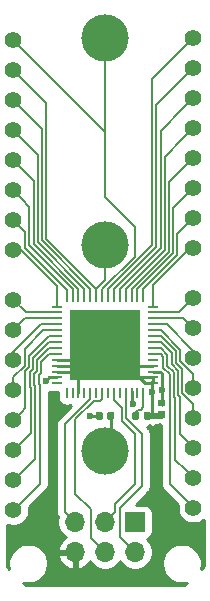
<source format=gbr>
G04 #@! TF.GenerationSoftware,KiCad,Pcbnew,5.1.5-52549c5~84~ubuntu18.04.1*
G04 #@! TF.CreationDate,2020-01-13T21:42:59-08:00*
G04 #@! TF.ProjectId,somos_wristband_1.0,736f6d6f-735f-4777-9269-737462616e64,rev?*
G04 #@! TF.SameCoordinates,Original*
G04 #@! TF.FileFunction,Copper,L1,Top*
G04 #@! TF.FilePolarity,Positive*
%FSLAX46Y46*%
G04 Gerber Fmt 4.6, Leading zero omitted, Abs format (unit mm)*
G04 Created by KiCad (PCBNEW 5.1.5-52549c5~84~ubuntu18.04.1) date 2020-01-13 21:42:59*
%MOMM*%
%LPD*%
G04 APERTURE LIST*
%ADD10C,4.000000*%
%ADD11C,1.400000*%
%ADD12C,0.100000*%
%ADD13R,6.000000X6.000000*%
%ADD14R,0.900000X0.250000*%
%ADD15R,0.250000X0.900000*%
%ADD16O,1.700000X1.700000*%
%ADD17R,1.700000X1.700000*%
%ADD18C,0.600000*%
%ADD19C,0.250000*%
%ADD20C,0.200000*%
%ADD21C,0.254000*%
G04 APERTURE END LIST*
D10*
X150000000Y-118000000D03*
D11*
X142240000Y-105220000D03*
X142240000Y-107760000D03*
X142240000Y-110300000D03*
X142240000Y-112840000D03*
X142240000Y-115380000D03*
X142240000Y-117920000D03*
X142240000Y-120460000D03*
X142240000Y-123000000D03*
G04 #@! TA.AperFunction,SMDPad,CuDef*
D12*
G36*
X153731958Y-114680710D02*
G01*
X153746276Y-114682834D01*
X153760317Y-114686351D01*
X153773946Y-114691228D01*
X153787031Y-114697417D01*
X153799447Y-114704858D01*
X153811073Y-114713481D01*
X153821798Y-114723202D01*
X153831519Y-114733927D01*
X153840142Y-114745553D01*
X153847583Y-114757969D01*
X153853772Y-114771054D01*
X153858649Y-114784683D01*
X153862166Y-114798724D01*
X153864290Y-114813042D01*
X153865000Y-114827500D01*
X153865000Y-115172500D01*
X153864290Y-115186958D01*
X153862166Y-115201276D01*
X153858649Y-115215317D01*
X153853772Y-115228946D01*
X153847583Y-115242031D01*
X153840142Y-115254447D01*
X153831519Y-115266073D01*
X153821798Y-115276798D01*
X153811073Y-115286519D01*
X153799447Y-115295142D01*
X153787031Y-115302583D01*
X153773946Y-115308772D01*
X153760317Y-115313649D01*
X153746276Y-115317166D01*
X153731958Y-115319290D01*
X153717500Y-115320000D01*
X153422500Y-115320000D01*
X153408042Y-115319290D01*
X153393724Y-115317166D01*
X153379683Y-115313649D01*
X153366054Y-115308772D01*
X153352969Y-115302583D01*
X153340553Y-115295142D01*
X153328927Y-115286519D01*
X153318202Y-115276798D01*
X153308481Y-115266073D01*
X153299858Y-115254447D01*
X153292417Y-115242031D01*
X153286228Y-115228946D01*
X153281351Y-115215317D01*
X153277834Y-115201276D01*
X153275710Y-115186958D01*
X153275000Y-115172500D01*
X153275000Y-114827500D01*
X153275710Y-114813042D01*
X153277834Y-114798724D01*
X153281351Y-114784683D01*
X153286228Y-114771054D01*
X153292417Y-114757969D01*
X153299858Y-114745553D01*
X153308481Y-114733927D01*
X153318202Y-114723202D01*
X153328927Y-114713481D01*
X153340553Y-114704858D01*
X153352969Y-114697417D01*
X153366054Y-114691228D01*
X153379683Y-114686351D01*
X153393724Y-114682834D01*
X153408042Y-114680710D01*
X153422500Y-114680000D01*
X153717500Y-114680000D01*
X153731958Y-114680710D01*
G37*
G04 #@! TD.AperFunction*
G04 #@! TA.AperFunction,SMDPad,CuDef*
G36*
X152761958Y-114680710D02*
G01*
X152776276Y-114682834D01*
X152790317Y-114686351D01*
X152803946Y-114691228D01*
X152817031Y-114697417D01*
X152829447Y-114704858D01*
X152841073Y-114713481D01*
X152851798Y-114723202D01*
X152861519Y-114733927D01*
X152870142Y-114745553D01*
X152877583Y-114757969D01*
X152883772Y-114771054D01*
X152888649Y-114784683D01*
X152892166Y-114798724D01*
X152894290Y-114813042D01*
X152895000Y-114827500D01*
X152895000Y-115172500D01*
X152894290Y-115186958D01*
X152892166Y-115201276D01*
X152888649Y-115215317D01*
X152883772Y-115228946D01*
X152877583Y-115242031D01*
X152870142Y-115254447D01*
X152861519Y-115266073D01*
X152851798Y-115276798D01*
X152841073Y-115286519D01*
X152829447Y-115295142D01*
X152817031Y-115302583D01*
X152803946Y-115308772D01*
X152790317Y-115313649D01*
X152776276Y-115317166D01*
X152761958Y-115319290D01*
X152747500Y-115320000D01*
X152452500Y-115320000D01*
X152438042Y-115319290D01*
X152423724Y-115317166D01*
X152409683Y-115313649D01*
X152396054Y-115308772D01*
X152382969Y-115302583D01*
X152370553Y-115295142D01*
X152358927Y-115286519D01*
X152348202Y-115276798D01*
X152338481Y-115266073D01*
X152329858Y-115254447D01*
X152322417Y-115242031D01*
X152316228Y-115228946D01*
X152311351Y-115215317D01*
X152307834Y-115201276D01*
X152305710Y-115186958D01*
X152305000Y-115172500D01*
X152305000Y-114827500D01*
X152305710Y-114813042D01*
X152307834Y-114798724D01*
X152311351Y-114784683D01*
X152316228Y-114771054D01*
X152322417Y-114757969D01*
X152329858Y-114745553D01*
X152338481Y-114733927D01*
X152348202Y-114723202D01*
X152358927Y-114713481D01*
X152370553Y-114704858D01*
X152382969Y-114697417D01*
X152396054Y-114691228D01*
X152409683Y-114686351D01*
X152423724Y-114682834D01*
X152438042Y-114680710D01*
X152452500Y-114680000D01*
X152747500Y-114680000D01*
X152761958Y-114680710D01*
G37*
G04 #@! TD.AperFunction*
D10*
X150000000Y-83000000D03*
D13*
X150000000Y-109000000D03*
D14*
X154050000Y-105750000D03*
X154050000Y-106250000D03*
X154050000Y-106750000D03*
X154050000Y-107250000D03*
X154050000Y-107750000D03*
X154050000Y-108250000D03*
X154050000Y-108750000D03*
X154050000Y-109250000D03*
X154050000Y-109750000D03*
X154050000Y-110250000D03*
X154050000Y-110750000D03*
X154050000Y-111250000D03*
X154050000Y-111750000D03*
X154050000Y-112250000D03*
X145950000Y-112250000D03*
X145950000Y-111750000D03*
X145950000Y-111250000D03*
X145950000Y-110750000D03*
X145950000Y-110250000D03*
X145950000Y-109750000D03*
X145950000Y-109250000D03*
X145950000Y-108750000D03*
X145950000Y-108250000D03*
X145950000Y-107750000D03*
X145950000Y-107250000D03*
X145950000Y-106750000D03*
X145950000Y-106250000D03*
X145950000Y-105750000D03*
D15*
X153250000Y-113050000D03*
X152750000Y-113050000D03*
X152250000Y-113050000D03*
X151750000Y-113050000D03*
X151250000Y-113050000D03*
X150750000Y-113050000D03*
X150250000Y-113050000D03*
X149750000Y-113050000D03*
X149250000Y-113050000D03*
X148750000Y-113050000D03*
X148250000Y-113050000D03*
X147750000Y-113050000D03*
X147250000Y-113050000D03*
X146750000Y-113050000D03*
X146750000Y-104950000D03*
X147250000Y-104950000D03*
X147750000Y-104950000D03*
X148250000Y-104950000D03*
X148750000Y-104950000D03*
X149250000Y-104950000D03*
X149750000Y-104950000D03*
X150250000Y-104950000D03*
X150750000Y-104950000D03*
X151250000Y-104950000D03*
X151750000Y-104950000D03*
X152250000Y-104950000D03*
X152750000Y-104950000D03*
X153250000Y-104950000D03*
D10*
X150000000Y-100500000D03*
G04 #@! TA.AperFunction,SMDPad,CuDef*
D12*
G36*
X150646958Y-114680710D02*
G01*
X150661276Y-114682834D01*
X150675317Y-114686351D01*
X150688946Y-114691228D01*
X150702031Y-114697417D01*
X150714447Y-114704858D01*
X150726073Y-114713481D01*
X150736798Y-114723202D01*
X150746519Y-114733927D01*
X150755142Y-114745553D01*
X150762583Y-114757969D01*
X150768772Y-114771054D01*
X150773649Y-114784683D01*
X150777166Y-114798724D01*
X150779290Y-114813042D01*
X150780000Y-114827500D01*
X150780000Y-115172500D01*
X150779290Y-115186958D01*
X150777166Y-115201276D01*
X150773649Y-115215317D01*
X150768772Y-115228946D01*
X150762583Y-115242031D01*
X150755142Y-115254447D01*
X150746519Y-115266073D01*
X150736798Y-115276798D01*
X150726073Y-115286519D01*
X150714447Y-115295142D01*
X150702031Y-115302583D01*
X150688946Y-115308772D01*
X150675317Y-115313649D01*
X150661276Y-115317166D01*
X150646958Y-115319290D01*
X150632500Y-115320000D01*
X150337500Y-115320000D01*
X150323042Y-115319290D01*
X150308724Y-115317166D01*
X150294683Y-115313649D01*
X150281054Y-115308772D01*
X150267969Y-115302583D01*
X150255553Y-115295142D01*
X150243927Y-115286519D01*
X150233202Y-115276798D01*
X150223481Y-115266073D01*
X150214858Y-115254447D01*
X150207417Y-115242031D01*
X150201228Y-115228946D01*
X150196351Y-115215317D01*
X150192834Y-115201276D01*
X150190710Y-115186958D01*
X150190000Y-115172500D01*
X150190000Y-114827500D01*
X150190710Y-114813042D01*
X150192834Y-114798724D01*
X150196351Y-114784683D01*
X150201228Y-114771054D01*
X150207417Y-114757969D01*
X150214858Y-114745553D01*
X150223481Y-114733927D01*
X150233202Y-114723202D01*
X150243927Y-114713481D01*
X150255553Y-114704858D01*
X150267969Y-114697417D01*
X150281054Y-114691228D01*
X150294683Y-114686351D01*
X150308724Y-114682834D01*
X150323042Y-114680710D01*
X150337500Y-114680000D01*
X150632500Y-114680000D01*
X150646958Y-114680710D01*
G37*
G04 #@! TD.AperFunction*
G04 #@! TA.AperFunction,SMDPad,CuDef*
G36*
X149676958Y-114680710D02*
G01*
X149691276Y-114682834D01*
X149705317Y-114686351D01*
X149718946Y-114691228D01*
X149732031Y-114697417D01*
X149744447Y-114704858D01*
X149756073Y-114713481D01*
X149766798Y-114723202D01*
X149776519Y-114733927D01*
X149785142Y-114745553D01*
X149792583Y-114757969D01*
X149798772Y-114771054D01*
X149803649Y-114784683D01*
X149807166Y-114798724D01*
X149809290Y-114813042D01*
X149810000Y-114827500D01*
X149810000Y-115172500D01*
X149809290Y-115186958D01*
X149807166Y-115201276D01*
X149803649Y-115215317D01*
X149798772Y-115228946D01*
X149792583Y-115242031D01*
X149785142Y-115254447D01*
X149776519Y-115266073D01*
X149766798Y-115276798D01*
X149756073Y-115286519D01*
X149744447Y-115295142D01*
X149732031Y-115302583D01*
X149718946Y-115308772D01*
X149705317Y-115313649D01*
X149691276Y-115317166D01*
X149676958Y-115319290D01*
X149662500Y-115320000D01*
X149367500Y-115320000D01*
X149353042Y-115319290D01*
X149338724Y-115317166D01*
X149324683Y-115313649D01*
X149311054Y-115308772D01*
X149297969Y-115302583D01*
X149285553Y-115295142D01*
X149273927Y-115286519D01*
X149263202Y-115276798D01*
X149253481Y-115266073D01*
X149244858Y-115254447D01*
X149237417Y-115242031D01*
X149231228Y-115228946D01*
X149226351Y-115215317D01*
X149222834Y-115201276D01*
X149220710Y-115186958D01*
X149220000Y-115172500D01*
X149220000Y-114827500D01*
X149220710Y-114813042D01*
X149222834Y-114798724D01*
X149226351Y-114784683D01*
X149231228Y-114771054D01*
X149237417Y-114757969D01*
X149244858Y-114745553D01*
X149253481Y-114733927D01*
X149263202Y-114723202D01*
X149273927Y-114713481D01*
X149285553Y-114704858D01*
X149297969Y-114697417D01*
X149311054Y-114691228D01*
X149324683Y-114686351D01*
X149338724Y-114682834D01*
X149353042Y-114680710D01*
X149367500Y-114680000D01*
X149662500Y-114680000D01*
X149676958Y-114680710D01*
G37*
G04 #@! TD.AperFunction*
G04 #@! TA.AperFunction,SMDPad,CuDef*
G36*
X154986958Y-113620710D02*
G01*
X155001276Y-113622834D01*
X155015317Y-113626351D01*
X155028946Y-113631228D01*
X155042031Y-113637417D01*
X155054447Y-113644858D01*
X155066073Y-113653481D01*
X155076798Y-113663202D01*
X155086519Y-113673927D01*
X155095142Y-113685553D01*
X155102583Y-113697969D01*
X155108772Y-113711054D01*
X155113649Y-113724683D01*
X155117166Y-113738724D01*
X155119290Y-113753042D01*
X155120000Y-113767500D01*
X155120000Y-114062500D01*
X155119290Y-114076958D01*
X155117166Y-114091276D01*
X155113649Y-114105317D01*
X155108772Y-114118946D01*
X155102583Y-114132031D01*
X155095142Y-114144447D01*
X155086519Y-114156073D01*
X155076798Y-114166798D01*
X155066073Y-114176519D01*
X155054447Y-114185142D01*
X155042031Y-114192583D01*
X155028946Y-114198772D01*
X155015317Y-114203649D01*
X155001276Y-114207166D01*
X154986958Y-114209290D01*
X154972500Y-114210000D01*
X154627500Y-114210000D01*
X154613042Y-114209290D01*
X154598724Y-114207166D01*
X154584683Y-114203649D01*
X154571054Y-114198772D01*
X154557969Y-114192583D01*
X154545553Y-114185142D01*
X154533927Y-114176519D01*
X154523202Y-114166798D01*
X154513481Y-114156073D01*
X154504858Y-114144447D01*
X154497417Y-114132031D01*
X154491228Y-114118946D01*
X154486351Y-114105317D01*
X154482834Y-114091276D01*
X154480710Y-114076958D01*
X154480000Y-114062500D01*
X154480000Y-113767500D01*
X154480710Y-113753042D01*
X154482834Y-113738724D01*
X154486351Y-113724683D01*
X154491228Y-113711054D01*
X154497417Y-113697969D01*
X154504858Y-113685553D01*
X154513481Y-113673927D01*
X154523202Y-113663202D01*
X154533927Y-113653481D01*
X154545553Y-113644858D01*
X154557969Y-113637417D01*
X154571054Y-113631228D01*
X154584683Y-113626351D01*
X154598724Y-113622834D01*
X154613042Y-113620710D01*
X154627500Y-113620000D01*
X154972500Y-113620000D01*
X154986958Y-113620710D01*
G37*
G04 #@! TD.AperFunction*
G04 #@! TA.AperFunction,SMDPad,CuDef*
G36*
X154986958Y-114590710D02*
G01*
X155001276Y-114592834D01*
X155015317Y-114596351D01*
X155028946Y-114601228D01*
X155042031Y-114607417D01*
X155054447Y-114614858D01*
X155066073Y-114623481D01*
X155076798Y-114633202D01*
X155086519Y-114643927D01*
X155095142Y-114655553D01*
X155102583Y-114667969D01*
X155108772Y-114681054D01*
X155113649Y-114694683D01*
X155117166Y-114708724D01*
X155119290Y-114723042D01*
X155120000Y-114737500D01*
X155120000Y-115032500D01*
X155119290Y-115046958D01*
X155117166Y-115061276D01*
X155113649Y-115075317D01*
X155108772Y-115088946D01*
X155102583Y-115102031D01*
X155095142Y-115114447D01*
X155086519Y-115126073D01*
X155076798Y-115136798D01*
X155066073Y-115146519D01*
X155054447Y-115155142D01*
X155042031Y-115162583D01*
X155028946Y-115168772D01*
X155015317Y-115173649D01*
X155001276Y-115177166D01*
X154986958Y-115179290D01*
X154972500Y-115180000D01*
X154627500Y-115180000D01*
X154613042Y-115179290D01*
X154598724Y-115177166D01*
X154584683Y-115173649D01*
X154571054Y-115168772D01*
X154557969Y-115162583D01*
X154545553Y-115155142D01*
X154533927Y-115146519D01*
X154523202Y-115136798D01*
X154513481Y-115126073D01*
X154504858Y-115114447D01*
X154497417Y-115102031D01*
X154491228Y-115088946D01*
X154486351Y-115075317D01*
X154482834Y-115061276D01*
X154480710Y-115046958D01*
X154480000Y-115032500D01*
X154480000Y-114737500D01*
X154480710Y-114723042D01*
X154482834Y-114708724D01*
X154486351Y-114694683D01*
X154491228Y-114681054D01*
X154497417Y-114667969D01*
X154504858Y-114655553D01*
X154513481Y-114643927D01*
X154523202Y-114633202D01*
X154533927Y-114623481D01*
X154545553Y-114614858D01*
X154557969Y-114607417D01*
X154571054Y-114601228D01*
X154584683Y-114596351D01*
X154598724Y-114592834D01*
X154613042Y-114590710D01*
X154627500Y-114590000D01*
X154972500Y-114590000D01*
X154986958Y-114590710D01*
G37*
G04 #@! TD.AperFunction*
D16*
X147460000Y-126540000D03*
X147460000Y-124000000D03*
X150000000Y-126540000D03*
X150000000Y-124000000D03*
X152540000Y-126540000D03*
D17*
X152540000Y-124000000D03*
D11*
X142240000Y-83220000D03*
X142240000Y-85760000D03*
X142240000Y-88300000D03*
X142240000Y-90840000D03*
X142240000Y-93380000D03*
X142240000Y-95920000D03*
X142240000Y-98460000D03*
X142240000Y-101000000D03*
X157480000Y-100780000D03*
X157480000Y-98240000D03*
X157480000Y-95700000D03*
X157480000Y-93160000D03*
X157480000Y-90620000D03*
X157480000Y-88080000D03*
X157480000Y-85540000D03*
X157480000Y-83000000D03*
X157480000Y-122780000D03*
X157480000Y-120240000D03*
X157480000Y-117700000D03*
X157480000Y-115160000D03*
X157480000Y-112620000D03*
X157480000Y-110080000D03*
X157480000Y-107540000D03*
X157480000Y-105000000D03*
D18*
X154800000Y-112800000D03*
X148698159Y-115000000D03*
X152350000Y-114000000D03*
X144970500Y-112014000D03*
X154000000Y-113000000D03*
X150000000Y-109000000D03*
X148000000Y-107000000D03*
X150000000Y-109000000D03*
X152000000Y-107000000D03*
X152000000Y-111000000D03*
X148000000Y-111000000D03*
D19*
X152250000Y-112950000D02*
X152299999Y-112900001D01*
X152250000Y-113050000D02*
X152250000Y-112950000D01*
X149371012Y-115000000D02*
X149515000Y-115000000D01*
X148698159Y-115000000D02*
X149371012Y-115000000D01*
X152250000Y-113050000D02*
X152250000Y-113900000D01*
X152250000Y-113900000D02*
X152350000Y-114000000D01*
X154800000Y-112800000D02*
X154800000Y-114115000D01*
X154050000Y-111250000D02*
X154662984Y-111250000D01*
X154825001Y-112774999D02*
X154800000Y-112800000D01*
X154825001Y-111412017D02*
X154825001Y-112774999D01*
X154662984Y-111250000D02*
X154825001Y-111412017D01*
X145950000Y-111750000D02*
X145234500Y-111750000D01*
X145234500Y-111750000D02*
X144970500Y-112014000D01*
X154050000Y-111750000D02*
X154050000Y-112250000D01*
X150485000Y-117515000D02*
X150485000Y-115000000D01*
X150000000Y-118000000D02*
X150485000Y-117515000D01*
X154000000Y-112030000D02*
X154000000Y-113000000D01*
X153985000Y-112015000D02*
X154000000Y-112030000D01*
X153985000Y-114500000D02*
X154000000Y-113000000D01*
X150000000Y-109000000D02*
X152000000Y-107000000D01*
X150000000Y-109000000D02*
X152000000Y-111000000D01*
X150000000Y-109000000D02*
X148000000Y-111000000D01*
X148250000Y-110750000D02*
X150000000Y-109000000D01*
X145950000Y-110750000D02*
X148250000Y-110750000D01*
X148750000Y-110250000D02*
X150000000Y-109000000D01*
X145950000Y-110250000D02*
X148750000Y-110250000D01*
X147750000Y-111250000D02*
X148000000Y-111000000D01*
X145950000Y-111250000D02*
X147750000Y-111250000D01*
X147750000Y-111250000D02*
X150000000Y-109000000D01*
X147750000Y-113050000D02*
X147750000Y-111250000D01*
X151750000Y-110750000D02*
X150000000Y-109000000D01*
X154050000Y-110750000D02*
X151750000Y-110750000D01*
X152750000Y-111750000D02*
X150000000Y-109000000D01*
X154050000Y-111750000D02*
X152750000Y-111750000D01*
X150100000Y-109000000D02*
X150000000Y-109000000D01*
X153350000Y-112250000D02*
X150100000Y-109000000D01*
X154050000Y-112250000D02*
X153350000Y-112250000D01*
X153865000Y-115000000D02*
X153570000Y-115000000D01*
X153985000Y-114880000D02*
X153865000Y-115000000D01*
X153985000Y-114500000D02*
X153985000Y-114880000D01*
X154190000Y-115085000D02*
X154800000Y-115085000D01*
X153985000Y-114880000D02*
X154190000Y-115085000D01*
D20*
X153250000Y-114265000D02*
X153250000Y-113050000D01*
X153015000Y-114500000D02*
X153250000Y-114265000D01*
X152600000Y-114680000D02*
X152600000Y-115000000D01*
X152780000Y-114500000D02*
X152600000Y-114680000D01*
X153015000Y-114500000D02*
X152780000Y-114500000D01*
X151750000Y-115150000D02*
X153163410Y-116563410D01*
X151750000Y-113050000D02*
X151750000Y-115150000D01*
X153163410Y-116563410D02*
X153163410Y-120902590D01*
X153163410Y-120902590D02*
X151300009Y-122765991D01*
X151300009Y-122765991D02*
X151300009Y-125300009D01*
X151690001Y-125690001D02*
X152540000Y-126540000D01*
X151300009Y-125300009D02*
X151690001Y-125690001D01*
X150750000Y-113700000D02*
X150750000Y-113050000D01*
X151400000Y-114350000D02*
X150750000Y-113700000D01*
X150849999Y-123150001D02*
X150849999Y-122454001D01*
X150849999Y-122454001D02*
X152527000Y-120777000D01*
X152527000Y-120777000D02*
X152527000Y-116527000D01*
X150000000Y-124000000D02*
X150849999Y-123150001D01*
X152527000Y-116527000D02*
X151400000Y-115400000D01*
X151400000Y-115400000D02*
X151400000Y-114350000D01*
X149150001Y-125690001D02*
X150000000Y-126540000D01*
X148824999Y-125364999D02*
X149150001Y-125690001D01*
X149750000Y-113575002D02*
X149575001Y-113750001D01*
X149750000Y-113050000D02*
X149750000Y-113575002D01*
X149575001Y-113750001D02*
X149049997Y-113750001D01*
X148824999Y-122916999D02*
X148824999Y-125364999D01*
X149049997Y-113750001D02*
X147500000Y-115299998D01*
X147500000Y-115299998D02*
X147500000Y-121592000D01*
X147500000Y-121592000D02*
X148824999Y-122916999D01*
X148750000Y-113555010D02*
X148750000Y-113050000D01*
X146610001Y-115695009D02*
X148750000Y-113555010D01*
X146610001Y-123150001D02*
X146610001Y-115695009D01*
X147460000Y-124000000D02*
X146610001Y-123150001D01*
X145950000Y-109750000D02*
X145285143Y-109750000D01*
X144370498Y-111555464D02*
X144370498Y-112302002D01*
X144590042Y-110445101D02*
X144590041Y-111335921D01*
X144590041Y-111335921D02*
X144370498Y-111555464D01*
X144370498Y-112302002D02*
X144500000Y-112431504D01*
X142939999Y-122300001D02*
X142240000Y-123000000D01*
X144500000Y-120740000D02*
X142939999Y-122300001D01*
X144500000Y-112431504D02*
X144500000Y-120740000D01*
X145285143Y-109750000D02*
X144590042Y-110445101D01*
X145255017Y-109250000D02*
X144240032Y-110264985D01*
X144049887Y-112476381D02*
X144049887Y-118650113D01*
X143956988Y-112383482D02*
X144049887Y-112476381D01*
X142939999Y-119760001D02*
X142240000Y-120460000D01*
X143956988Y-111473984D02*
X143956988Y-112383482D01*
X145950000Y-109250000D02*
X145255017Y-109250000D01*
X144240031Y-111190941D02*
X143956988Y-111473984D01*
X144049887Y-118650113D02*
X142939999Y-119760001D01*
X144240032Y-110264985D02*
X144240031Y-111190941D01*
X143699876Y-112621361D02*
X143699876Y-116460124D01*
X142939999Y-117220001D02*
X142240000Y-117920000D01*
X143890021Y-111045961D02*
X143606977Y-111329005D01*
X143699876Y-116460124D02*
X142939999Y-117220001D01*
X143606977Y-112528462D02*
X143699876Y-112621361D01*
X143890022Y-110093029D02*
X143890021Y-111045961D01*
X145950000Y-108750000D02*
X145233051Y-108750000D01*
X143606977Y-111329005D02*
X143606977Y-112528462D01*
X145233051Y-108750000D02*
X143890022Y-110093029D01*
X143256966Y-114363034D02*
X142939999Y-114680001D01*
X145238061Y-108250000D02*
X143540011Y-109948050D01*
X142939999Y-114680001D02*
X142240000Y-115380000D01*
X143540011Y-109948050D02*
X143540011Y-110900981D01*
X143256966Y-111184026D02*
X143256966Y-114363034D01*
X143540011Y-110900981D02*
X143256966Y-111184026D01*
X145950000Y-108250000D02*
X145238061Y-108250000D01*
X142240000Y-111706002D02*
X142240000Y-111850051D01*
X143190001Y-109309997D02*
X143190001Y-110756001D01*
X143190001Y-110756001D02*
X142240000Y-111706002D01*
X142240000Y-111850051D02*
X142240000Y-112840000D01*
X145950000Y-107750000D02*
X144749998Y-107750000D01*
X144749998Y-107750000D02*
X143190001Y-109309997D01*
X144613589Y-107250000D02*
X142240000Y-109623589D01*
X142240000Y-109623589D02*
X142240000Y-110300000D01*
X145950000Y-107250000D02*
X144613589Y-107250000D01*
X143250000Y-106750000D02*
X142240000Y-107760000D01*
X145950000Y-106750000D02*
X143250000Y-106750000D01*
X143270000Y-106250000D02*
X142240000Y-105220000D01*
X145950000Y-106250000D02*
X143270000Y-106250000D01*
X147000000Y-87980000D02*
X142240000Y-83220000D01*
X150000000Y-90980000D02*
X147000000Y-87980000D01*
X150000000Y-90980000D02*
X150000000Y-83000000D01*
X150000000Y-96500000D02*
X150000000Y-90980000D01*
X152500000Y-99000000D02*
X150000000Y-96500000D01*
X152500000Y-101535072D02*
X152500000Y-99000000D01*
X149750000Y-104950000D02*
X149750000Y-104285072D01*
X149750000Y-104285072D02*
X152500000Y-101535072D01*
X149250000Y-104250002D02*
X148499999Y-103500001D01*
X149250000Y-104950000D02*
X149250000Y-104250002D01*
X150000000Y-103500000D02*
X150000000Y-100000000D01*
X149250000Y-104250002D02*
X149250000Y-104250000D01*
X149250000Y-104250000D02*
X150000000Y-103500000D01*
X142939999Y-86459999D02*
X142240000Y-85760000D01*
X145000000Y-100000000D02*
X145000000Y-88520000D01*
X148500000Y-103500000D02*
X145000000Y-100000000D01*
X145000000Y-88520000D02*
X142939999Y-86459999D01*
X148750000Y-104244990D02*
X144649989Y-100144979D01*
X144649989Y-90709989D02*
X142939999Y-88999999D01*
X148750000Y-104950000D02*
X148750000Y-104244990D01*
X144649989Y-100144979D02*
X144649989Y-90709989D01*
X142939999Y-88999999D02*
X142240000Y-88300000D01*
X148250000Y-104239980D02*
X144299978Y-100289958D01*
X148250000Y-104950000D02*
X148250000Y-104239980D01*
X144299978Y-100289958D02*
X144299978Y-92899978D01*
X142939999Y-91539999D02*
X142240000Y-90840000D01*
X144299978Y-92899978D02*
X142939999Y-91539999D01*
X143949967Y-100434937D02*
X143949967Y-95089967D01*
X143949967Y-95089967D02*
X142939999Y-94079999D01*
X142939999Y-94079999D02*
X142240000Y-93380000D01*
X147750000Y-104234970D02*
X143949967Y-100434937D01*
X147750000Y-104950000D02*
X147750000Y-104234970D01*
X143599956Y-100579916D02*
X143599956Y-97279956D01*
X147250000Y-104229960D02*
X143599956Y-100579916D01*
X143599956Y-97279956D02*
X142939999Y-96619999D01*
X142939999Y-96619999D02*
X142240000Y-95920000D01*
X147250000Y-104950000D02*
X147250000Y-104229960D01*
X142939999Y-99159999D02*
X142240000Y-98460000D01*
X143249945Y-100831945D02*
X143249945Y-99469945D01*
X143249945Y-99469945D02*
X142939999Y-99159999D01*
X146750000Y-104950000D02*
X146750000Y-104332000D01*
X146750000Y-104332000D02*
X143249945Y-100831945D01*
X142910000Y-101000000D02*
X142240000Y-101000000D01*
X145950000Y-105750000D02*
X145950000Y-104040000D01*
X145950000Y-104040000D02*
X142910000Y-101000000D01*
X157465000Y-83000000D02*
X157480000Y-83000000D01*
X154000000Y-86465000D02*
X157465000Y-83000000D01*
X154000000Y-100530060D02*
X154000000Y-86465000D01*
X150250000Y-104280060D02*
X154000000Y-100530060D01*
X150250000Y-104950000D02*
X150250000Y-104280060D01*
X154350011Y-88669989D02*
X156630001Y-86389999D01*
X150750000Y-104950000D02*
X150750000Y-104275050D01*
X150750000Y-104275050D02*
X154350011Y-100675039D01*
X156630001Y-86389999D02*
X157480000Y-85540000D01*
X154350011Y-100675039D02*
X154350011Y-88669989D01*
X151250000Y-104950000D02*
X151250000Y-104270040D01*
X151250000Y-104270040D02*
X154700022Y-100820018D01*
X154700022Y-100820018D02*
X154700022Y-90859978D01*
X154700022Y-90859978D02*
X156630001Y-88929999D01*
X156630001Y-88929999D02*
X157480000Y-88080000D01*
X151750000Y-104950000D02*
X151750000Y-104265030D01*
X156630001Y-91469999D02*
X157480000Y-90620000D01*
X155050033Y-100964997D02*
X155050033Y-93049967D01*
X155050033Y-93049967D02*
X156630001Y-91469999D01*
X151750000Y-104265030D02*
X155050033Y-100964997D01*
X155400044Y-95239956D02*
X156630001Y-94009999D01*
X155400044Y-101109976D02*
X155400044Y-95239956D01*
X156630001Y-94009999D02*
X157480000Y-93160000D01*
X152250000Y-104260020D02*
X155400044Y-101109976D01*
X152250000Y-104950000D02*
X152250000Y-104260020D01*
X155750055Y-97429945D02*
X156630001Y-96549999D01*
X152750000Y-104950000D02*
X152750000Y-104255010D01*
X155750055Y-101254955D02*
X155750055Y-97429945D01*
X156630001Y-96549999D02*
X157480000Y-95700000D01*
X152750000Y-104255010D02*
X155750055Y-101254955D01*
X156630001Y-99089999D02*
X157480000Y-98240000D01*
X156100066Y-99619934D02*
X156630001Y-99089999D01*
X153250000Y-104250000D02*
X156100066Y-101399934D01*
X156100066Y-101399934D02*
X156100066Y-99619934D01*
X153250000Y-104950000D02*
X153250000Y-104250000D01*
X157220500Y-100780000D02*
X157480000Y-100780000D01*
X154050000Y-105750000D02*
X154050000Y-103950500D01*
X154050000Y-103950500D02*
X157220500Y-100780000D01*
X154700000Y-109750000D02*
X154936960Y-109986960D01*
X154936960Y-109986960D02*
X154936960Y-110922922D01*
X155479969Y-120779969D02*
X156780001Y-122080001D01*
X155479968Y-111465930D02*
X155479969Y-120779969D01*
X154050000Y-109750000D02*
X154700000Y-109750000D01*
X154936960Y-110922922D02*
X155479968Y-111465930D01*
X156780001Y-122080001D02*
X157480000Y-122780000D01*
X154700000Y-109250000D02*
X155286969Y-109836969D01*
X155829979Y-113365961D02*
X155950011Y-113485993D01*
X155950011Y-113485993D02*
X155950011Y-118710011D01*
X155950011Y-118710011D02*
X156780001Y-119540001D01*
X156780001Y-119540001D02*
X157480000Y-120240000D01*
X155829979Y-111320951D02*
X155829979Y-113365961D01*
X155286969Y-109836969D02*
X155286970Y-110777942D01*
X155286970Y-110777942D02*
X155829979Y-111320951D01*
X154050000Y-109250000D02*
X154700000Y-109250000D01*
X156780001Y-117000001D02*
X157480000Y-117700000D01*
X156179988Y-111175970D02*
X156179989Y-113220981D01*
X156350011Y-113391003D02*
X156350011Y-116570011D01*
X156179989Y-113220981D02*
X156350011Y-113391003D01*
X155636980Y-109686980D02*
X155636980Y-110632962D01*
X154700000Y-108750000D02*
X155636980Y-109686980D01*
X154050000Y-108750000D02*
X154700000Y-108750000D01*
X155636980Y-110632962D02*
X156179988Y-111175970D01*
X156350011Y-116570011D02*
X156780001Y-117000001D01*
X157480000Y-114026002D02*
X157480000Y-114170051D01*
X156529999Y-111030991D02*
X156529999Y-113076001D01*
X155986990Y-110487982D02*
X156529999Y-111030991D01*
X157480000Y-114170051D02*
X157480000Y-115160000D01*
X156529999Y-113076001D02*
X157480000Y-114026002D01*
X155986989Y-109536989D02*
X155986990Y-110487982D01*
X154700000Y-108250000D02*
X155986989Y-109536989D01*
X154050000Y-108250000D02*
X154700000Y-108250000D01*
X157480000Y-111630051D02*
X157480000Y-112620000D01*
X156337000Y-110343002D02*
X157480000Y-111486002D01*
X157480000Y-111486002D02*
X157480000Y-111630051D01*
X156337000Y-109387000D02*
X156337000Y-110343002D01*
X154700000Y-107750000D02*
X156337000Y-109387000D01*
X154050000Y-107750000D02*
X154700000Y-107750000D01*
X154050000Y-107250000D02*
X155250000Y-107250000D01*
X157480000Y-109480000D02*
X157480000Y-110080000D01*
X155250000Y-107250000D02*
X157480000Y-109480000D01*
X156630001Y-106690001D02*
X157480000Y-107540000D01*
X154309999Y-106690001D02*
X156630001Y-106690001D01*
X154050000Y-106750000D02*
X154250000Y-106750000D01*
X154250000Y-106750000D02*
X154309999Y-106690001D01*
X156230000Y-106250000D02*
X157480000Y-105000000D01*
X154050000Y-106250000D02*
X156230000Y-106250000D01*
D21*
G36*
X145255820Y-112964502D02*
G01*
X145375518Y-113000812D01*
X145500000Y-113013072D01*
X145986928Y-113013072D01*
X145986928Y-113500000D01*
X145999188Y-113624482D01*
X146035498Y-113744180D01*
X146094463Y-113854494D01*
X146173815Y-113951185D01*
X146270506Y-114030537D01*
X146380820Y-114089502D01*
X146500518Y-114125812D01*
X146625000Y-114138072D01*
X146875000Y-114138072D01*
X146999482Y-114125812D01*
X147000000Y-114125655D01*
X147000518Y-114125812D01*
X147125000Y-114138072D01*
X147127492Y-114138072D01*
X146115809Y-115149755D01*
X146087764Y-115172771D01*
X145995915Y-115284689D01*
X145944970Y-115380000D01*
X145927665Y-115412376D01*
X145885636Y-115550924D01*
X145871445Y-115695009D01*
X145875002Y-115731124D01*
X145875001Y-123113896D01*
X145871445Y-123150001D01*
X145885636Y-123294086D01*
X145888109Y-123302237D01*
X145927664Y-123432633D01*
X145995914Y-123560320D01*
X146026059Y-123597052D01*
X145975000Y-123853740D01*
X145975000Y-124146260D01*
X146032068Y-124433158D01*
X146144010Y-124703411D01*
X146306525Y-124946632D01*
X146513368Y-125153475D01*
X146689406Y-125271100D01*
X146459731Y-125442412D01*
X146264822Y-125658645D01*
X146115843Y-125908748D01*
X146018519Y-126183109D01*
X146139186Y-126413000D01*
X147333000Y-126413000D01*
X147333000Y-126393000D01*
X147587000Y-126393000D01*
X147587000Y-126413000D01*
X147607000Y-126413000D01*
X147607000Y-126667000D01*
X147587000Y-126667000D01*
X147587000Y-127860155D01*
X147816890Y-127981476D01*
X147964099Y-127936825D01*
X148226920Y-127811641D01*
X148460269Y-127637588D01*
X148655178Y-127421355D01*
X148724805Y-127304466D01*
X148846525Y-127486632D01*
X149053368Y-127693475D01*
X149296589Y-127855990D01*
X149566842Y-127967932D01*
X149853740Y-128025000D01*
X150146260Y-128025000D01*
X150433158Y-127967932D01*
X150703411Y-127855990D01*
X150946632Y-127693475D01*
X151153475Y-127486632D01*
X151270000Y-127312240D01*
X151386525Y-127486632D01*
X151593368Y-127693475D01*
X151836589Y-127855990D01*
X152106842Y-127967932D01*
X152393740Y-128025000D01*
X152686260Y-128025000D01*
X152973158Y-127967932D01*
X153243411Y-127855990D01*
X153486632Y-127693475D01*
X153693475Y-127486632D01*
X153855990Y-127243411D01*
X153967932Y-126973158D01*
X154025000Y-126686260D01*
X154025000Y-126393740D01*
X153967932Y-126106842D01*
X153855990Y-125836589D01*
X153693475Y-125593368D01*
X153561620Y-125461513D01*
X153634180Y-125439502D01*
X153744494Y-125380537D01*
X153841185Y-125301185D01*
X153920537Y-125204494D01*
X153979502Y-125094180D01*
X154015812Y-124974482D01*
X154028072Y-124850000D01*
X154028072Y-123150000D01*
X154015812Y-123025518D01*
X153979502Y-122905820D01*
X153920537Y-122795506D01*
X153841185Y-122698815D01*
X153744494Y-122619463D01*
X153634180Y-122560498D01*
X153514482Y-122524188D01*
X153390000Y-122511928D01*
X152593518Y-122511928D01*
X153657603Y-121447844D01*
X153685648Y-121424828D01*
X153777497Y-121312910D01*
X153845747Y-121185223D01*
X153887775Y-121046675D01*
X153898410Y-120938695D01*
X153901966Y-120902590D01*
X153898410Y-120866485D01*
X153898410Y-116599515D01*
X153901966Y-116563410D01*
X153887775Y-116419325D01*
X153845747Y-116280776D01*
X153777497Y-116153090D01*
X153708663Y-116069216D01*
X153708660Y-116069213D01*
X153685647Y-116041172D01*
X153657607Y-116018160D01*
X153594447Y-115955000D01*
X153697002Y-115955000D01*
X153697002Y-115796252D01*
X153855750Y-115955000D01*
X153865000Y-115958072D01*
X153989482Y-115945812D01*
X154109180Y-115909502D01*
X154219494Y-115850537D01*
X154295994Y-115787756D01*
X154355518Y-115805812D01*
X154480000Y-115818072D01*
X154514250Y-115815000D01*
X154672998Y-115656252D01*
X154672998Y-115815000D01*
X154744969Y-115815000D01*
X154744970Y-120743854D01*
X154741413Y-120779969D01*
X154755604Y-120924054D01*
X154792802Y-121046676D01*
X154797633Y-121062602D01*
X154865883Y-121190289D01*
X154957732Y-121302207D01*
X154985777Y-121325223D01*
X156172221Y-122511668D01*
X156145000Y-122648514D01*
X156145000Y-122911486D01*
X156196304Y-123169405D01*
X156296939Y-123412359D01*
X156443038Y-123631013D01*
X156628987Y-123816962D01*
X156847641Y-123963061D01*
X157090595Y-124063696D01*
X157348514Y-124115000D01*
X157611486Y-124115000D01*
X157869405Y-124063696D01*
X158112359Y-123963061D01*
X158331013Y-123816962D01*
X158340000Y-123807975D01*
X158340000Y-127726619D01*
X158131450Y-127935169D01*
X158185000Y-127665958D01*
X158185000Y-127334042D01*
X158120246Y-127008504D01*
X157993228Y-126701853D01*
X157808825Y-126425875D01*
X157574125Y-126191175D01*
X157298147Y-126006772D01*
X156991496Y-125879754D01*
X156665958Y-125815000D01*
X156334042Y-125815000D01*
X156008504Y-125879754D01*
X155701853Y-126006772D01*
X155425875Y-126191175D01*
X155191175Y-126425875D01*
X155006772Y-126701853D01*
X154879754Y-127008504D01*
X154815000Y-127334042D01*
X154815000Y-127665958D01*
X154879754Y-127991496D01*
X155006772Y-128298147D01*
X155191175Y-128574125D01*
X155425875Y-128808825D01*
X155701853Y-128993228D01*
X156008504Y-129120246D01*
X156334042Y-129185000D01*
X156665958Y-129185000D01*
X156935170Y-129131450D01*
X156726620Y-129340000D01*
X143273381Y-129340000D01*
X143064831Y-129131450D01*
X143334042Y-129185000D01*
X143665958Y-129185000D01*
X143991496Y-129120246D01*
X144298147Y-128993228D01*
X144574125Y-128808825D01*
X144808825Y-128574125D01*
X144993228Y-128298147D01*
X145120246Y-127991496D01*
X145185000Y-127665958D01*
X145185000Y-127334042D01*
X145120246Y-127008504D01*
X145074015Y-126896891D01*
X146018519Y-126896891D01*
X146115843Y-127171252D01*
X146264822Y-127421355D01*
X146459731Y-127637588D01*
X146693080Y-127811641D01*
X146955901Y-127936825D01*
X147103110Y-127981476D01*
X147333000Y-127860155D01*
X147333000Y-126667000D01*
X146139186Y-126667000D01*
X146018519Y-126896891D01*
X145074015Y-126896891D01*
X144993228Y-126701853D01*
X144808825Y-126425875D01*
X144574125Y-126191175D01*
X144298147Y-126006772D01*
X143991496Y-125879754D01*
X143665958Y-125815000D01*
X143334042Y-125815000D01*
X143008504Y-125879754D01*
X142701853Y-126006772D01*
X142425875Y-126191175D01*
X142191175Y-126425875D01*
X142006772Y-126701853D01*
X141879754Y-127008504D01*
X141815000Y-127334042D01*
X141815000Y-127665958D01*
X141868550Y-127935170D01*
X141660000Y-127726620D01*
X141660000Y-124204749D01*
X141850595Y-124283696D01*
X142108514Y-124335000D01*
X142371486Y-124335000D01*
X142629405Y-124283696D01*
X142872359Y-124183061D01*
X143091013Y-124036962D01*
X143276962Y-123851013D01*
X143423061Y-123632359D01*
X143523696Y-123389405D01*
X143575000Y-123131486D01*
X143575000Y-122868514D01*
X143547779Y-122731667D01*
X144994193Y-121285254D01*
X145022238Y-121262238D01*
X145114087Y-121150320D01*
X145157146Y-121069763D01*
X145182337Y-121022634D01*
X145224365Y-120884085D01*
X145238556Y-120740000D01*
X145235000Y-120703895D01*
X145235000Y-112953373D01*
X145255820Y-112964502D01*
G37*
X145255820Y-112964502D02*
X145375518Y-113000812D01*
X145500000Y-113013072D01*
X145986928Y-113013072D01*
X145986928Y-113500000D01*
X145999188Y-113624482D01*
X146035498Y-113744180D01*
X146094463Y-113854494D01*
X146173815Y-113951185D01*
X146270506Y-114030537D01*
X146380820Y-114089502D01*
X146500518Y-114125812D01*
X146625000Y-114138072D01*
X146875000Y-114138072D01*
X146999482Y-114125812D01*
X147000000Y-114125655D01*
X147000518Y-114125812D01*
X147125000Y-114138072D01*
X147127492Y-114138072D01*
X146115809Y-115149755D01*
X146087764Y-115172771D01*
X145995915Y-115284689D01*
X145944970Y-115380000D01*
X145927665Y-115412376D01*
X145885636Y-115550924D01*
X145871445Y-115695009D01*
X145875002Y-115731124D01*
X145875001Y-123113896D01*
X145871445Y-123150001D01*
X145885636Y-123294086D01*
X145888109Y-123302237D01*
X145927664Y-123432633D01*
X145995914Y-123560320D01*
X146026059Y-123597052D01*
X145975000Y-123853740D01*
X145975000Y-124146260D01*
X146032068Y-124433158D01*
X146144010Y-124703411D01*
X146306525Y-124946632D01*
X146513368Y-125153475D01*
X146689406Y-125271100D01*
X146459731Y-125442412D01*
X146264822Y-125658645D01*
X146115843Y-125908748D01*
X146018519Y-126183109D01*
X146139186Y-126413000D01*
X147333000Y-126413000D01*
X147333000Y-126393000D01*
X147587000Y-126393000D01*
X147587000Y-126413000D01*
X147607000Y-126413000D01*
X147607000Y-126667000D01*
X147587000Y-126667000D01*
X147587000Y-127860155D01*
X147816890Y-127981476D01*
X147964099Y-127936825D01*
X148226920Y-127811641D01*
X148460269Y-127637588D01*
X148655178Y-127421355D01*
X148724805Y-127304466D01*
X148846525Y-127486632D01*
X149053368Y-127693475D01*
X149296589Y-127855990D01*
X149566842Y-127967932D01*
X149853740Y-128025000D01*
X150146260Y-128025000D01*
X150433158Y-127967932D01*
X150703411Y-127855990D01*
X150946632Y-127693475D01*
X151153475Y-127486632D01*
X151270000Y-127312240D01*
X151386525Y-127486632D01*
X151593368Y-127693475D01*
X151836589Y-127855990D01*
X152106842Y-127967932D01*
X152393740Y-128025000D01*
X152686260Y-128025000D01*
X152973158Y-127967932D01*
X153243411Y-127855990D01*
X153486632Y-127693475D01*
X153693475Y-127486632D01*
X153855990Y-127243411D01*
X153967932Y-126973158D01*
X154025000Y-126686260D01*
X154025000Y-126393740D01*
X153967932Y-126106842D01*
X153855990Y-125836589D01*
X153693475Y-125593368D01*
X153561620Y-125461513D01*
X153634180Y-125439502D01*
X153744494Y-125380537D01*
X153841185Y-125301185D01*
X153920537Y-125204494D01*
X153979502Y-125094180D01*
X154015812Y-124974482D01*
X154028072Y-124850000D01*
X154028072Y-123150000D01*
X154015812Y-123025518D01*
X153979502Y-122905820D01*
X153920537Y-122795506D01*
X153841185Y-122698815D01*
X153744494Y-122619463D01*
X153634180Y-122560498D01*
X153514482Y-122524188D01*
X153390000Y-122511928D01*
X152593518Y-122511928D01*
X153657603Y-121447844D01*
X153685648Y-121424828D01*
X153777497Y-121312910D01*
X153845747Y-121185223D01*
X153887775Y-121046675D01*
X153898410Y-120938695D01*
X153901966Y-120902590D01*
X153898410Y-120866485D01*
X153898410Y-116599515D01*
X153901966Y-116563410D01*
X153887775Y-116419325D01*
X153845747Y-116280776D01*
X153777497Y-116153090D01*
X153708663Y-116069216D01*
X153708660Y-116069213D01*
X153685647Y-116041172D01*
X153657607Y-116018160D01*
X153594447Y-115955000D01*
X153697002Y-115955000D01*
X153697002Y-115796252D01*
X153855750Y-115955000D01*
X153865000Y-115958072D01*
X153989482Y-115945812D01*
X154109180Y-115909502D01*
X154219494Y-115850537D01*
X154295994Y-115787756D01*
X154355518Y-115805812D01*
X154480000Y-115818072D01*
X154514250Y-115815000D01*
X154672998Y-115656252D01*
X154672998Y-115815000D01*
X154744969Y-115815000D01*
X154744970Y-120743854D01*
X154741413Y-120779969D01*
X154755604Y-120924054D01*
X154792802Y-121046676D01*
X154797633Y-121062602D01*
X154865883Y-121190289D01*
X154957732Y-121302207D01*
X154985777Y-121325223D01*
X156172221Y-122511668D01*
X156145000Y-122648514D01*
X156145000Y-122911486D01*
X156196304Y-123169405D01*
X156296939Y-123412359D01*
X156443038Y-123631013D01*
X156628987Y-123816962D01*
X156847641Y-123963061D01*
X157090595Y-124063696D01*
X157348514Y-124115000D01*
X157611486Y-124115000D01*
X157869405Y-124063696D01*
X158112359Y-123963061D01*
X158331013Y-123816962D01*
X158340000Y-123807975D01*
X158340000Y-127726619D01*
X158131450Y-127935169D01*
X158185000Y-127665958D01*
X158185000Y-127334042D01*
X158120246Y-127008504D01*
X157993228Y-126701853D01*
X157808825Y-126425875D01*
X157574125Y-126191175D01*
X157298147Y-126006772D01*
X156991496Y-125879754D01*
X156665958Y-125815000D01*
X156334042Y-125815000D01*
X156008504Y-125879754D01*
X155701853Y-126006772D01*
X155425875Y-126191175D01*
X155191175Y-126425875D01*
X155006772Y-126701853D01*
X154879754Y-127008504D01*
X154815000Y-127334042D01*
X154815000Y-127665958D01*
X154879754Y-127991496D01*
X155006772Y-128298147D01*
X155191175Y-128574125D01*
X155425875Y-128808825D01*
X155701853Y-128993228D01*
X156008504Y-129120246D01*
X156334042Y-129185000D01*
X156665958Y-129185000D01*
X156935170Y-129131450D01*
X156726620Y-129340000D01*
X143273381Y-129340000D01*
X143064831Y-129131450D01*
X143334042Y-129185000D01*
X143665958Y-129185000D01*
X143991496Y-129120246D01*
X144298147Y-128993228D01*
X144574125Y-128808825D01*
X144808825Y-128574125D01*
X144993228Y-128298147D01*
X145120246Y-127991496D01*
X145185000Y-127665958D01*
X145185000Y-127334042D01*
X145120246Y-127008504D01*
X145074015Y-126896891D01*
X146018519Y-126896891D01*
X146115843Y-127171252D01*
X146264822Y-127421355D01*
X146459731Y-127637588D01*
X146693080Y-127811641D01*
X146955901Y-127936825D01*
X147103110Y-127981476D01*
X147333000Y-127860155D01*
X147333000Y-126667000D01*
X146139186Y-126667000D01*
X146018519Y-126896891D01*
X145074015Y-126896891D01*
X144993228Y-126701853D01*
X144808825Y-126425875D01*
X144574125Y-126191175D01*
X144298147Y-126006772D01*
X143991496Y-125879754D01*
X143665958Y-125815000D01*
X143334042Y-125815000D01*
X143008504Y-125879754D01*
X142701853Y-126006772D01*
X142425875Y-126191175D01*
X142191175Y-126425875D01*
X142006772Y-126701853D01*
X141879754Y-127008504D01*
X141815000Y-127334042D01*
X141815000Y-127665958D01*
X141868550Y-127935170D01*
X141660000Y-127726620D01*
X141660000Y-124204749D01*
X141850595Y-124283696D01*
X142108514Y-124335000D01*
X142371486Y-124335000D01*
X142629405Y-124283696D01*
X142872359Y-124183061D01*
X143091013Y-124036962D01*
X143276962Y-123851013D01*
X143423061Y-123632359D01*
X143523696Y-123389405D01*
X143575000Y-123131486D01*
X143575000Y-122868514D01*
X143547779Y-122731667D01*
X144994193Y-121285254D01*
X145022238Y-121262238D01*
X145114087Y-121150320D01*
X145157146Y-121069763D01*
X145182337Y-121022634D01*
X145224365Y-120884085D01*
X145238556Y-120740000D01*
X145235000Y-120703895D01*
X145235000Y-112953373D01*
X145255820Y-112964502D01*
G36*
X150193748Y-117985858D02*
G01*
X150179605Y-118000000D01*
X150193748Y-118014143D01*
X150014143Y-118193748D01*
X150000000Y-118179605D01*
X149985858Y-118193748D01*
X149806253Y-118014143D01*
X149820395Y-118000000D01*
X149806253Y-117985858D01*
X149985858Y-117806253D01*
X150000000Y-117820395D01*
X150014143Y-117806253D01*
X150193748Y-117985858D01*
G37*
X150193748Y-117985858D02*
X150179605Y-118000000D01*
X150193748Y-118014143D01*
X150014143Y-118193748D01*
X150000000Y-118179605D01*
X149985858Y-118193748D01*
X149806253Y-118014143D01*
X149820395Y-118000000D01*
X149806253Y-117985858D01*
X149985858Y-117806253D01*
X150000000Y-117820395D01*
X150014143Y-117806253D01*
X150193748Y-117985858D01*
G36*
X154474243Y-114832977D02*
G01*
X154584551Y-114843842D01*
X154651015Y-114864003D01*
X154744969Y-114873257D01*
X154744969Y-115032000D01*
X154673000Y-115032000D01*
X154673000Y-115012000D01*
X154003750Y-115012000D01*
X153888750Y-115127000D01*
X153697000Y-115127000D01*
X153697000Y-115147000D01*
X153533072Y-115147000D01*
X153533072Y-115025657D01*
X153537238Y-115022238D01*
X153560259Y-114994187D01*
X153697000Y-114857446D01*
X153697000Y-114873000D01*
X154341250Y-114873000D01*
X154402911Y-114811339D01*
X154474243Y-114832977D01*
G37*
X154474243Y-114832977D02*
X154584551Y-114843842D01*
X154651015Y-114864003D01*
X154744969Y-114873257D01*
X154744969Y-115032000D01*
X154673000Y-115032000D01*
X154673000Y-115012000D01*
X154003750Y-115012000D01*
X153888750Y-115127000D01*
X153697000Y-115127000D01*
X153697000Y-115147000D01*
X153533072Y-115147000D01*
X153533072Y-115025657D01*
X153537238Y-115022238D01*
X153560259Y-114994187D01*
X153697000Y-114857446D01*
X153697000Y-114873000D01*
X154341250Y-114873000D01*
X154402911Y-114811339D01*
X154474243Y-114832977D01*
G36*
X150612000Y-114873000D02*
G01*
X150632000Y-114873000D01*
X150632000Y-115127000D01*
X150612000Y-115127000D01*
X150612000Y-115147000D01*
X150448072Y-115147000D01*
X150448072Y-114853000D01*
X150612000Y-114853000D01*
X150612000Y-114873000D01*
G37*
X150612000Y-114873000D02*
X150632000Y-114873000D01*
X150632000Y-115127000D01*
X150612000Y-115127000D01*
X150612000Y-115147000D01*
X150448072Y-115147000D01*
X150448072Y-114853000D01*
X150612000Y-114853000D01*
X150612000Y-114873000D01*
G36*
X150127000Y-108873000D02*
G01*
X150147000Y-108873000D01*
X150147000Y-109127000D01*
X150127000Y-109127000D01*
X150127000Y-109147000D01*
X149873000Y-109147000D01*
X149873000Y-109127000D01*
X149853000Y-109127000D01*
X149853000Y-108873000D01*
X149873000Y-108873000D01*
X149873000Y-108853000D01*
X150127000Y-108853000D01*
X150127000Y-108873000D01*
G37*
X150127000Y-108873000D02*
X150147000Y-108873000D01*
X150147000Y-109127000D01*
X150127000Y-109127000D01*
X150127000Y-109147000D01*
X149873000Y-109147000D01*
X149873000Y-109127000D01*
X149853000Y-109127000D01*
X149853000Y-108873000D01*
X149873000Y-108873000D01*
X149873000Y-108853000D01*
X150127000Y-108853000D01*
X150127000Y-108873000D01*
M02*

</source>
